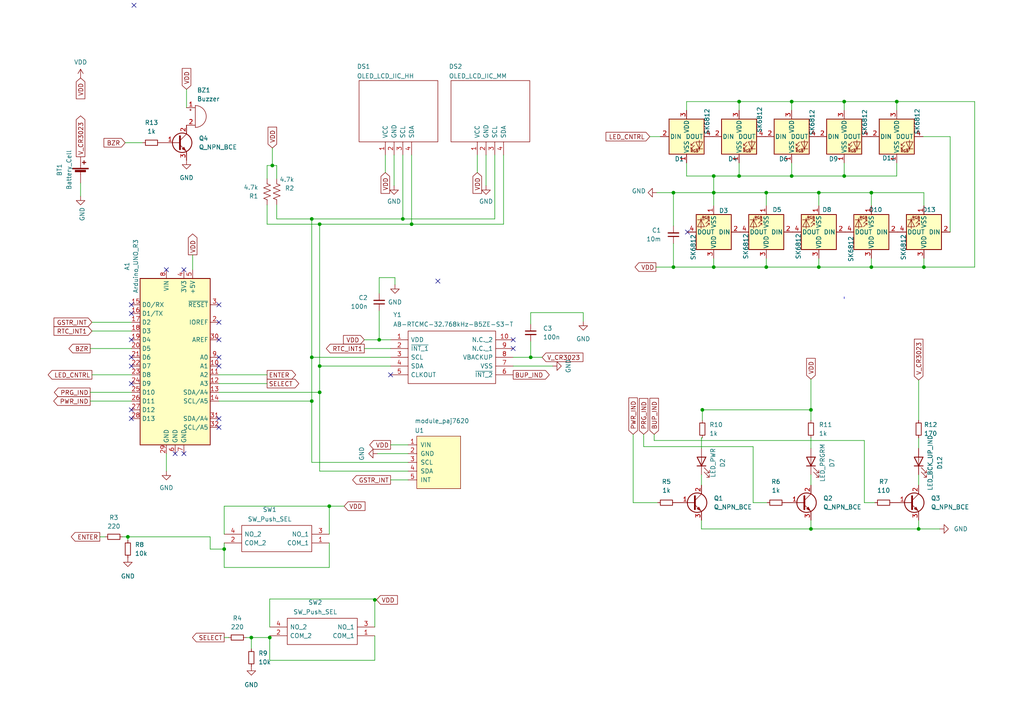
<source format=kicad_sch>
(kicad_sch (version 20210621) (generator eeschema)
  (paper "A4")
  (title_block (title "Sunrise Alarm Clock - Uno Shield Edition") (date "2021-11-17") (rev "v2.3"))
  (lib_symbols
    (symbol "Device:Battery_Cell" (pin_numbers hide) (pin_names (offset 0) hide)
      (property "Reference" "BT" (at 2.54 2.54 0))
      (property "Value" "Battery_Cell" (at 2.54 0 0))
      (symbol "Battery_Cell_0_1"
        (rectangle (start -2.286 1.778) (end 2.286 1.524) (fill (type outline)))
        (rectangle (start -1.5748 1.1938) (end 1.4732 0.6858) (fill (type outline)))
        (polyline (pts (xy 0 0.762) (xy 0 0)))
        (polyline (pts (xy 0 1.778) (xy 0 2.54)))
        (polyline (pts (xy 0.508 3.429) (xy 1.524 3.429)) (stroke (width 0.254)))
        (polyline (pts (xy 1.016 3.937) (xy 1.016 2.921)) (stroke (width 0.254)))
      )
      (symbol "Battery_Cell_1_1"
        (pin passive line (at 0 5.08 270) (length 2.54) (name "+") (number "1"))
        (pin passive line (at 0 -2.54 90) (length 2.54) (name "-") (number "2"))
      )
    )
    (symbol "Device:Buzzer" (pin_names (offset 0.0254) hide)
      (property "Reference" "BZ" (at 3.81 1.27 0))
      (property "Value" "Buzzer" (at 3.81 -1.27 0))
      (symbol "Buzzer_0_1"
        (arc (start 0 -3.175) (mid 3.175 0) (end 0 3.175))
        (polyline (pts (xy -1.651 1.905) (xy -1.143 1.905)))
        (polyline (pts (xy -1.397 2.159) (xy -1.397 1.651)))
        (polyline (pts (xy 0 3.175) (xy 0 -3.175)))
      )
      (symbol "Buzzer_1_1"
        (pin passive line (at -2.54 2.54 0) (length 2.54) (name "-") (number "1"))
        (pin passive line (at -2.54 -2.54 0) (length 2.54) (name "+") (number "2"))
      )
    )
    (symbol "Device:C_Small" (pin_numbers hide) (pin_names (offset 0.254) hide)
      (property "Reference" "C" (at 0.254 1.778 0))
      (property "Value" "C_Small" (at 0.254 -2.032 0))
      (symbol "C_Small_0_1"
        (polyline (pts (xy -1.524 -0.508) (xy 1.524 -0.508)) (stroke (width 0.3302)))
        (polyline (pts (xy -1.524 0.508) (xy 1.524 0.508)) (stroke (width 0.3048)))
      )
      (symbol "C_Small_1_1"
        (pin passive line (at 0 2.54 270) (length 2.032) (name "~") (number "1"))
        (pin passive line (at 0 -2.54 90) (length 2.032) (name "~") (number "2"))
      )
    )
    (symbol "Device:LED" (pin_numbers hide) (pin_names (offset 1.016) hide)
      (property "Reference" "D" (at 0 2.54 0))
      (property "Value" "LED" (at 0 -2.54 0))
      (symbol "LED_0_1"
        (polyline (pts (xy -1.27 -1.27) (xy -1.27 1.27)) (stroke (width 0.254)))
        (polyline (pts (xy -1.27 0) (xy 1.27 0)))
        (polyline (pts (xy 1.27 -1.27) (xy 1.27 1.27) (xy -1.27 0) (xy 1.27 -1.27)) (stroke (width 0.254)))
        (polyline (pts (xy -3.048 -0.762) (xy -4.572 -2.286) (xy -3.81 -2.286) (xy -4.572 -2.286) (xy -4.572 -1.524)))
        (polyline (pts (xy -1.778 -0.762) (xy -3.302 -2.286) (xy -2.54 -2.286) (xy -3.302 -2.286) (xy -3.302 -1.524)))
      )
      (symbol "LED_1_1"
        (pin passive line (at -3.81 0 0) (length 2.54) (name "K") (number "1"))
        (pin passive line (at 3.81 0 180) (length 2.54) (name "A") (number "2"))
      )
    )
    (symbol "Device:Q_NPN_BCE" (pin_names (offset 0) hide)
      (property "Reference" "Q" (at 5.08 1.27 0))
      (property "Value" "Q_NPN_BCE" (at 5.08 -1.27 0))
      (symbol "Q_NPN_BCE_0_1"
        (polyline (pts (xy 0.635 0.635) (xy 2.54 2.54)))
        (polyline (pts (xy 0.635 -0.635) (xy 2.54 -2.54) (xy 2.54 -2.54)))
        (polyline (pts (xy 0.635 1.905) (xy 0.635 -1.905) (xy 0.635 -1.905)) (stroke (width 0.508)))
        (polyline (pts (xy 1.27 -1.778) (xy 1.778 -1.27) (xy 2.286 -2.286) (xy 1.27 -1.778) (xy 1.27 -1.778)) (fill (type outline)))
        (circle (center 1.27 0) (radius 2.8194) (stroke (width 0.254)))
      )
      (symbol "Q_NPN_BCE_1_1"
        (pin input line (at -5.08 0 0) (length 5.715) (name "B") (number "1"))
        (pin passive line (at 2.54 5.08 270) (length 2.54) (name "C") (number "2"))
        (pin passive line (at 2.54 -5.08 90) (length 2.54) (name "E") (number "3"))
      )
    )
    (symbol "Device:R_Small" (pin_numbers hide) (pin_names (offset 0.254) hide)
      (property "Reference" "R" (at 0.762 0.508 0))
      (property "Value" "R_Small" (at 0.762 -1.016 0))
      (symbol "R_Small_0_1"
        (rectangle (start -0.762 1.778) (end 0.762 -1.778) (stroke (width 0.2032)))
      )
      (symbol "R_Small_1_1"
        (pin passive line (at 0 2.54 270) (length 0.762) (name "~") (number "1"))
        (pin passive line (at 0 -2.54 90) (length 0.762) (name "~") (number "2"))
      )
    )
    (symbol "Device:R_US" (pin_numbers hide) (pin_names (offset 0))
      (property "Reference" "R" (at 2.54 0 90))
      (property "Value" "R_US" (at -2.54 0 90))
      (symbol "R_US_0_1"
        (polyline (pts (xy 0 -2.286) (xy 0 -2.54)))
        (polyline (pts (xy 0 2.286) (xy 0 2.54)))
        (polyline (pts (xy 0 -0.762) (xy 1.016 -1.143) (xy 0 -1.524) (xy -1.016 -1.905) (xy 0 -2.286)))
        (polyline (pts (xy 0 0.762) (xy 1.016 0.381) (xy 0 0) (xy -1.016 -0.381) (xy 0 -0.762)))
        (polyline (pts (xy 0 2.286) (xy 1.016 1.905) (xy 0 1.524) (xy -1.016 1.143) (xy 0 0.762)))
      )
      (symbol "R_US_1_1"
        (pin passive line (at 0 3.81 270) (length 1.27) (name "~") (number "1"))
        (pin passive line (at 0 -3.81 90) (length 1.27) (name "~") (number "2"))
      )
    )
    (symbol "LED:SK6812" (pin_names (offset 0.254))
      (property "Reference" "D" (at 5.08 5.715 0))
      (property "Value" "SK6812" (at 1.27 -5.715 0))
      (symbol "SK6812_0_0"
        (text "RGB" (at 2.286 -4.191 0) (effects (font (size 0.762 0.762))))
      )
      (symbol "SK6812_0_1"
        (polyline (pts (xy 1.27 -3.556) (xy 1.778 -3.556)))
        (polyline (pts (xy 1.27 -2.54) (xy 1.778 -2.54)))
        (polyline (pts (xy 4.699 -3.556) (xy 2.667 -3.556)))
        (polyline (pts (xy 2.286 -2.54) (xy 1.27 -3.556) (xy 1.27 -3.048)))
        (polyline (pts (xy 2.286 -1.524) (xy 1.27 -2.54) (xy 1.27 -2.032)))
        (polyline (pts (xy 3.683 -1.016) (xy 3.683 -3.556) (xy 3.683 -4.064)))
        (polyline (pts (xy 4.699 -1.524) (xy 2.667 -1.524) (xy 3.683 -3.556) (xy 4.699 -1.524)))
        (rectangle (start 5.08 5.08) (end -5.08 -5.08) (stroke (width 0.254)) (fill (type background)))
      )
      (symbol "SK6812_1_1"
        (pin power_in line (at 0 -7.62 90) (length 2.54) (name "VSS") (number "1"))
        (pin input line (at -7.62 0 0) (length 2.54) (name "DIN") (number "2"))
        (pin power_in line (at 0 7.62 270) (length 2.54) (name "VDD") (number "3"))
        (pin output line (at 7.62 0 180) (length 2.54) (name "DOUT") (number "4"))
      )
    )
    (symbol "MCU_Module:Arduino_UNO_R3"
      (property "Reference" "A" (at -10.16 23.495 0))
      (property "Value" "Arduino_UNO_R3" (at 5.08 -26.67 0))
      (symbol "Arduino_UNO_R3_0_1"
        (rectangle (start -10.16 22.86) (end 10.16 -25.4) (stroke (width 0.254)) (fill (type background)))
      )
      (symbol "Arduino_UNO_R3_1_1"
        (pin no_connect line (at -10.16 -20.32 0) (length 2.54) hide (name "NC") (number "1"))
        (pin bidirectional line (at 12.7 -2.54 180) (length 2.54) (name "A1") (number "10"))
        (pin bidirectional line (at 12.7 -5.08 180) (length 2.54) (name "A2") (number "11"))
        (pin bidirectional line (at 12.7 -7.62 180) (length 2.54) (name "A3") (number "12"))
        (pin bidirectional line (at 12.7 -10.16 180) (length 2.54) (name "SDA/A4") (number "13"))
        (pin bidirectional line (at 12.7 -12.7 180) (length 2.54) (name "SCL/A5") (number "14"))
        (pin bidirectional line (at -12.7 15.24 0) (length 2.54) (name "D0/RX") (number "15"))
        (pin bidirectional line (at -12.7 12.7 0) (length 2.54) (name "D1/TX") (number "16"))
        (pin bidirectional line (at -12.7 10.16 0) (length 2.54) (name "D2") (number "17"))
        (pin bidirectional line (at -12.7 7.62 0) (length 2.54) (name "D3") (number "18"))
        (pin bidirectional line (at -12.7 5.08 0) (length 2.54) (name "D4") (number "19"))
        (pin output line (at 12.7 10.16 180) (length 2.54) (name "IOREF") (number "2"))
        (pin bidirectional line (at -12.7 2.54 0) (length 2.54) (name "D5") (number "20"))
        (pin bidirectional line (at -12.7 0 0) (length 2.54) (name "D6") (number "21"))
        (pin bidirectional line (at -12.7 -2.54 0) (length 2.54) (name "D7") (number "22"))
        (pin bidirectional line (at -12.7 -5.08 0) (length 2.54) (name "D8") (number "23"))
        (pin bidirectional line (at -12.7 -7.62 0) (length 2.54) (name "D9") (number "24"))
        (pin bidirectional line (at -12.7 -10.16 0) (length 2.54) (name "D10") (number "25"))
        (pin bidirectional line (at -12.7 -12.7 0) (length 2.54) (name "D11") (number "26"))
        (pin bidirectional line (at -12.7 -15.24 0) (length 2.54) (name "D12") (number "27"))
        (pin bidirectional line (at -12.7 -17.78 0) (length 2.54) (name "D13") (number "28"))
        (pin power_in line (at -2.54 -27.94 90) (length 2.54) (name "GND") (number "29"))
        (pin input line (at 12.7 15.24 180) (length 2.54) (name "~{RESET}") (number "3"))
        (pin input line (at 12.7 5.08 180) (length 2.54) (name "AREF") (number "30"))
        (pin bidirectional line (at 12.7 -17.78 180) (length 2.54) (name "SDA/A4") (number "31"))
        (pin bidirectional line (at 12.7 -20.32 180) (length 2.54) (name "SCL/A5") (number "32"))
        (pin power_out line (at 2.54 25.4 270) (length 2.54) (name "3V3") (number "4"))
        (pin power_out line (at 5.08 25.4 270) (length 2.54) (name "+5V") (number "5"))
        (pin power_in line (at 0 -27.94 90) (length 2.54) (name "GND") (number "6"))
        (pin power_in line (at 2.54 -27.94 90) (length 2.54) (name "GND") (number "7"))
        (pin power_in line (at -2.54 25.4 270) (length 2.54) (name "VIN") (number "8"))
        (pin bidirectional line (at 12.7 0 180) (length 2.54) (name "A0") (number "9"))
      )
    )
    (symbol "SamacSys_Parts:AB-RTCMC-32.768kHz-B5ZE-S3-T" (pin_names (offset 0.762))
      (property "Reference" "Y" (at 31.75 7.62 0))
      (property "Value" "AB-RTCMC-32.768kHz-B5ZE-S3-T" (at 31.75 5.08 0))
      (symbol "AB-RTCMC-32.768kHz-B5ZE-S3-T_0_0"
        (pin passive line (at 0 0 0) (length 5.08) (name "VDD") (number "1"))
        (pin passive line (at 35.56 0 180) (length 5.08) (name "N.C._2") (number "10"))
        (pin passive line (at 0 -2.54 0) (length 5.08) (name "~{INT_1}") (number "2"))
        (pin passive line (at 0 -5.08 0) (length 5.08) (name "SCL") (number "3"))
        (pin passive line (at 0 -7.62 0) (length 5.08) (name "SDA") (number "4"))
        (pin passive line (at 0 -10.16 0) (length 5.08) (name "CLKOUT") (number "5"))
        (pin passive line (at 35.56 -10.16 180) (length 5.08) (name "~{INT_2}") (number "6"))
        (pin passive line (at 35.56 -7.62 180) (length 5.08) (name "VSS") (number "7"))
        (pin passive line (at 35.56 -5.08 180) (length 5.08) (name "VBACKUP") (number "8"))
        (pin passive line (at 35.56 -2.54 180) (length 5.08) (name "N.C._1") (number "9"))
      )
      (symbol "AB-RTCMC-32.768kHz-B5ZE-S3-T_0_1"
        (polyline (pts (xy 5.08 2.54) (xy 30.48 2.54) (xy 30.48 -12.7) (xy 5.08 -12.7) (xy 5.08 2.54)) (stroke (width 0.1524)))
      )
    )
    (symbol "SamacSys_Parts:PTS526_SK15_SMTR2_LFS" (pin_names (offset 0.762))
      (property "Reference" "S" (at 26.67 7.62 0))
      (property "Value" "PTS526_SK15_SMTR2_LFS" (at 26.67 5.08 0))
      (symbol "PTS526_SK15_SMTR2_LFS_0_0"
        (pin passive line (at 0 0 0) (length 5.08) (name "COM_1") (number "1"))
        (pin passive line (at 30.48 0 180) (length 5.08) (name "COM_2") (number "2"))
        (pin passive line (at 0 -2.54 0) (length 5.08) (name "NO_1") (number "3"))
        (pin passive line (at 30.48 -2.54 180) (length 5.08) (name "NO_2") (number "4"))
      )
      (symbol "PTS526_SK15_SMTR2_LFS_0_1"
        (polyline (pts (xy 5.08 2.54) (xy 25.4 2.54) (xy 25.4 -5.08) (xy 5.08 -5.08) (xy 5.08 2.54)) (stroke (width 0.1524)))
      )
    )
    (symbol "power:GND" (power) (pin_names (offset 0))
      (property "Value" "GND" (at 0 -3.81 0))
      (symbol "GND_0_1"
        (polyline (pts (xy 0 0) (xy 0 -1.27) (xy 1.27 -1.27) (xy 0 -2.54) (xy -1.27 -1.27) (xy 0 -1.27)))
      )
      (symbol "GND_1_1"
        (pin power_in line (at 0 0 270) (length 0) hide (name "GND") (number "1"))
      )
    )
    (symbol "power:VDD" (power) (pin_names (offset 0))
      (property "Value" "VDD" (at 0 3.81 0))
      (symbol "VDD_0_1"
        (polyline (pts (xy -0.762 1.27) (xy 0 2.54)))
        (polyline (pts (xy 0 0) (xy 0 2.54)))
        (polyline (pts (xy 0 2.54) (xy 0.762 1.27)))
      )
      (symbol "VDD_1_1"
        (pin power_in line (at 0 0 90) (length 0) hide (name "VDD") (number "1"))
      )
    )
    (symbol "usini_sensors:module_paj7620" (pin_names (offset 1.016))
      (property "Reference" "U" (at 2.54 13.97 0))
      (property "Value" "module_paj7620" (at 8.89 -3.81 0))
      (symbol "module_paj7620_0_1"
        (rectangle (start 2.54 12.7) (end 15.24 -2.54) (fill (type background)))
      )
      (symbol "module_paj7620_1_1"
        (pin input line (at 0 10.16 0) (length 2.54) (name "VIN") (number "1"))
        (pin input line (at 0 7.62 0) (length 2.54) (name "GND") (number "2"))
        (pin input line (at 0 5.08 0) (length 2.54) (name "SCL") (number "3"))
        (pin input line (at 0 2.54 0) (length 2.54) (name "SDA") (number "4"))
        (pin input line (at 0 0 0) (length 2.54) (name "INT") (number "5"))
      )
    )
    (symbol "win:OLED_LCD_IIC" (pin_names (offset 1.016))
      (property "Reference" "DS" (at 0 3.81 0))
      (property "Value" "OLED_LCD_IIC" (at 0 1.27 0))
      (symbol "OLED_LCD_IIC_1_0"
        (rectangle (start -11.43 -8.89) (end 11.43 8.89))
      )
      (symbol "OLED_LCD_IIC_1_1"
        (pin power_in line (at -3.81 -12.7 90) (length 3.81) (name "VCC") (number "1"))
        (pin power_in line (at -1.27 -12.7 90) (length 3.81) (name "GND") (number "2"))
        (pin output line (at 1.27 -12.7 90) (length 3.81) (name "SCL") (number "3"))
        (pin bidirectional line (at 3.81 -12.7 90) (length 3.81) (name "SDA") (number "4"))
      )
    )
  )
  (junction (at 37.084 155.702))
  (junction (at 65.024 159.258))
  (junction (at 72.898 184.912))
  (junction (at 78.232 184.912))
  (junction (at 78.994 48.006))
  (junction (at 90.424 63.5))
  (junction (at 90.424 103.632))
  (junction (at 90.424 116.332))
  (junction (at 92.71 65.024))
  (junction (at 92.71 106.172))
  (junction (at 92.71 113.792))
  (junction (at 95.504 146.812))
  (junction (at 108.712 173.99))
  (junction (at 109.982 98.552))
  (junction (at 116.84 63.5))
  (junction (at 119.38 65.024))
  (junction (at 153.924 103.632))
  (junction (at 195.326 55.88))
  (junction (at 195.326 77.47))
  (junction (at 203.708 118.872))
  (junction (at 207.01 51.054))
  (junction (at 207.01 55.88))
  (junction (at 207.01 77.47))
  (junction (at 214.376 29.464))
  (junction (at 214.376 51.054))
  (junction (at 222.25 55.88))
  (junction (at 222.25 77.47))
  (junction (at 229.616 29.464))
  (junction (at 229.616 51.054))
  (junction (at 235.204 118.872))
  (junction (at 235.204 153.416))
  (junction (at 237.49 55.88))
  (junction (at 237.49 77.47))
  (junction (at 244.856 29.464))
  (junction (at 244.856 51.054))
  (junction (at 252.73 55.88))
  (junction (at 252.73 77.47))
  (junction (at 260.096 29.464))
  (junction (at 266.446 153.416))
  (junction (at 267.97 77.47))
  (no_connect (at 38.1 88.392))
  (no_connect (at 38.1 90.932))
  (no_connect (at 38.1 98.552))
  (no_connect (at 38.1 103.632))
  (no_connect (at 38.1 106.172))
  (no_connect (at 38.1 111.252))
  (no_connect (at 38.1 118.872))
  (no_connect (at 38.1 121.412))
  (no_connect (at 38.862 1.524))
  (no_connect (at 48.26 78.232))
  (no_connect (at 50.8 131.572))
  (no_connect (at 53.34 78.232))
  (no_connect (at 53.34 131.572))
  (no_connect (at 63.5 88.392))
  (no_connect (at 63.5 93.472))
  (no_connect (at 63.5 98.552))
  (no_connect (at 63.5 103.632))
  (no_connect (at 63.5 106.172))
  (no_connect (at 63.5 121.412))
  (no_connect (at 63.5 123.952))
  (no_connect (at 113.284 108.712))
  (no_connect (at 127 81.534))
  (no_connect (at 148.844 98.552))
  (no_connect (at 148.844 101.092))
  (no_connect (at 199.39 67.31))
  (wire (pts (xy 23.368 53.086) (xy 23.368 56.896)))
  (wire (pts (xy 26.162 101.092) (xy 38.1 101.092)))
  (wire (pts (xy 26.162 113.792) (xy 38.1 113.792)))
  (wire (pts (xy 26.162 116.332) (xy 38.1 116.332)))
  (wire (pts (xy 26.67 93.472) (xy 38.1 93.472)))
  (wire (pts (xy 26.67 96.012) (xy 38.1 96.012)))
  (wire (pts (xy 26.67 108.712) (xy 38.1 108.712)))
  (wire (pts (xy 28.956 155.702) (xy 30.48 155.702)))
  (wire (pts (xy 35.56 155.702) (xy 37.084 155.702)))
  (wire (pts (xy 36.322 41.402) (xy 41.402 41.402)))
  (wire (pts (xy 37.084 155.702) (xy 37.084 156.718)))
  (wire (pts (xy 37.084 155.702) (xy 60.96 155.702)))
  (wire (pts (xy 48.26 131.572) (xy 48.26 136.652)))
  (wire (pts (xy 54.102 25.908) (xy 54.102 31.242)))
  (wire (pts (xy 55.88 73.914) (xy 55.88 78.232)))
  (wire (pts (xy 60.96 155.702) (xy 60.96 159.258)))
  (wire (pts (xy 60.96 159.258) (xy 65.024 159.258)))
  (wire (pts (xy 63.5 108.712) (xy 77.47 108.712)))
  (wire (pts (xy 63.5 111.252) (xy 77.47 111.252)))
  (wire (pts (xy 63.5 113.792) (xy 92.71 113.792)))
  (wire (pts (xy 63.5 116.332) (xy 90.424 116.332)))
  (wire (pts (xy 65.024 146.812) (xy 95.504 146.812)))
  (wire (pts (xy 65.024 154.94) (xy 65.024 146.812)))
  (wire (pts (xy 65.024 159.258) (xy 65.024 157.48)))
  (wire (pts (xy 65.024 164.592) (xy 65.024 159.258)))
  (wire (pts (xy 65.024 184.912) (xy 66.294 184.912)))
  (wire (pts (xy 71.374 184.912) (xy 72.898 184.912)))
  (wire (pts (xy 72.898 184.912) (xy 72.898 188.214)))
  (wire (pts (xy 72.898 184.912) (xy 78.232 184.912)))
  (wire (pts (xy 77.47 48.006) (xy 78.994 48.006)))
  (wire (pts (xy 77.47 51.816) (xy 77.47 48.006)))
  (wire (pts (xy 77.47 59.436) (xy 77.47 65.024)))
  (wire (pts (xy 77.47 65.024) (xy 92.71 65.024)))
  (wire (pts (xy 78.232 173.736) (xy 108.712 173.736)))
  (wire (pts (xy 78.232 181.864) (xy 78.232 173.736)))
  (wire (pts (xy 78.232 184.404) (xy 78.232 184.912)))
  (wire (pts (xy 78.232 184.912) (xy 78.232 191.516)))
  (wire (pts (xy 78.994 42.926) (xy 78.994 48.006)))
  (wire (pts (xy 78.994 48.006) (xy 80.264 48.006)))
  (wire (pts (xy 80.264 51.816) (xy 80.264 48.006)))
  (wire (pts (xy 80.264 59.436) (xy 80.264 63.5)))
  (wire (pts (xy 80.264 63.5) (xy 90.424 63.5)))
  (wire (pts (xy 90.424 63.5) (xy 116.84 63.5)))
  (wire (pts (xy 90.424 103.632) (xy 90.424 63.5)))
  (wire (pts (xy 90.424 103.632) (xy 113.284 103.632)))
  (wire (pts (xy 90.424 116.332) (xy 90.424 103.632)))
  (wire (pts (xy 90.424 134.112) (xy 90.424 116.332)))
  (wire (pts (xy 90.424 134.112) (xy 118.364 134.112)))
  (wire (pts (xy 92.71 65.024) (xy 92.71 106.172)))
  (wire (pts (xy 92.71 106.172) (xy 92.71 113.792)))
  (wire (pts (xy 92.71 106.172) (xy 113.284 106.172)))
  (wire (pts (xy 92.71 136.652) (xy 92.71 113.792)))
  (wire (pts (xy 92.71 136.652) (xy 118.364 136.652)))
  (wire (pts (xy 95.504 146.812) (xy 95.504 154.94)))
  (wire (pts (xy 95.504 146.812) (xy 99.822 146.812)))
  (wire (pts (xy 95.504 157.48) (xy 95.504 164.592)))
  (wire (pts (xy 95.504 164.592) (xy 65.024 164.592)))
  (wire (pts (xy 105.664 98.552) (xy 109.982 98.552)))
  (wire (pts (xy 105.664 101.092) (xy 113.284 101.092)))
  (wire (pts (xy 108.712 173.736) (xy 108.712 173.99)))
  (wire (pts (xy 108.712 173.99) (xy 108.712 181.864)))
  (wire (pts (xy 108.712 173.99) (xy 109.22 173.99)))
  (wire (pts (xy 108.712 184.404) (xy 108.712 191.516)))
  (wire (pts (xy 108.712 191.516) (xy 78.232 191.516)))
  (wire (pts (xy 109.982 80.518) (xy 114.554 80.518)))
  (wire (pts (xy 109.982 85.09) (xy 109.982 80.518)))
  (wire (pts (xy 109.982 90.17) (xy 109.982 98.552)))
  (wire (pts (xy 109.982 98.552) (xy 113.284 98.552)))
  (wire (pts (xy 111.76 44.958) (xy 111.76 50.038)))
  (wire (pts (xy 113.284 139.192) (xy 118.364 139.192)))
  (wire (pts (xy 114.3 44.958) (xy 114.3 53.848)))
  (wire (pts (xy 114.554 80.518) (xy 114.554 82.55)))
  (wire (pts (xy 116.84 44.958) (xy 116.84 63.5)))
  (wire (pts (xy 118.364 129.032) (xy 113.284 129.032)))
  (wire (pts (xy 118.364 131.572) (xy 109.474 131.572)))
  (wire (pts (xy 119.38 44.958) (xy 119.38 65.024)))
  (wire (pts (xy 119.38 65.024) (xy 92.71 65.024)))
  (wire (pts (xy 138.43 44.958) (xy 138.43 50.038)))
  (wire (pts (xy 140.97 44.958) (xy 140.97 53.848)))
  (wire (pts (xy 143.51 44.958) (xy 143.51 63.5)))
  (wire (pts (xy 143.51 63.5) (xy 116.84 63.5)))
  (wire (pts (xy 146.05 44.958) (xy 146.05 65.024)))
  (wire (pts (xy 146.05 65.024) (xy 119.38 65.024)))
  (wire (pts (xy 148.844 103.632) (xy 153.924 103.632)))
  (wire (pts (xy 148.844 106.172) (xy 160.274 106.172)))
  (wire (pts (xy 153.924 90.678) (xy 169.164 90.678)))
  (wire (pts (xy 153.924 93.98) (xy 153.924 90.678)))
  (wire (pts (xy 153.924 99.06) (xy 153.924 103.632)))
  (wire (pts (xy 153.924 103.632) (xy 157.226 103.632)))
  (wire (pts (xy 169.164 90.678) (xy 169.164 93.218)))
  (wire (pts (xy 183.642 125.984) (xy 183.642 145.796)))
  (wire (pts (xy 183.642 145.796) (xy 190.754 145.796)))
  (wire (pts (xy 186.69 125.984) (xy 186.69 129.54)))
  (wire (pts (xy 186.69 129.54) (xy 218.44 129.54)))
  (wire (pts (xy 188.468 39.624) (xy 191.516 39.624)))
  (wire (pts (xy 189.738 125.984) (xy 189.738 127.762)))
  (wire (pts (xy 190.246 77.47) (xy 195.326 77.47)))
  (wire (pts (xy 190.5 55.88) (xy 195.326 55.88)))
  (wire (pts (xy 195.326 55.88) (xy 207.01 55.88)))
  (wire (pts (xy 195.326 65.532) (xy 195.326 55.88)))
  (wire (pts (xy 195.326 70.612) (xy 195.326 77.47)))
  (wire (pts (xy 195.326 77.47) (xy 207.01 77.47)))
  (wire (pts (xy 199.136 29.464) (xy 199.136 32.004)))
  (wire (pts (xy 199.136 29.464) (xy 214.376 29.464)))
  (wire (pts (xy 199.136 51.054) (xy 199.136 47.244)))
  (wire (pts (xy 203.454 118.872) (xy 203.708 118.872)))
  (wire (pts (xy 203.454 127) (xy 203.708 127)))
  (wire (pts (xy 203.454 130.048) (xy 203.454 127)))
  (wire (pts (xy 203.454 137.668) (xy 203.454 140.716)))
  (wire (pts (xy 203.454 150.876) (xy 203.454 153.416)))
  (wire (pts (xy 203.454 153.416) (xy 235.204 153.416)))
  (wire (pts (xy 203.708 118.872) (xy 235.204 118.872)))
  (wire (pts (xy 203.708 121.92) (xy 203.708 118.872)))
  (wire (pts (xy 207.01 51.054) (xy 199.136 51.054)))
  (wire (pts (xy 207.01 51.054) (xy 207.01 55.88)))
  (wire (pts (xy 207.01 55.88) (xy 222.25 55.88)))
  (wire (pts (xy 207.01 59.69) (xy 207.01 55.88)))
  (wire (pts (xy 207.01 74.93) (xy 207.01 77.47)))
  (wire (pts (xy 207.01 77.47) (xy 222.25 77.47)))
  (wire (pts (xy 214.376 29.464) (xy 229.616 29.464)))
  (wire (pts (xy 214.376 32.004) (xy 214.376 29.464)))
  (wire (pts (xy 214.376 47.244) (xy 214.376 51.054)))
  (wire (pts (xy 214.376 51.054) (xy 207.01 51.054)))
  (wire (pts (xy 218.44 129.54) (xy 218.44 145.796)))
  (wire (pts (xy 218.44 145.796) (xy 222.504 145.796)))
  (wire (pts (xy 222.25 55.88) (xy 237.49 55.88)))
  (wire (pts (xy 222.25 59.69) (xy 222.25 55.88)))
  (wire (pts (xy 222.25 74.93) (xy 222.25 77.47)))
  (wire (pts (xy 222.25 77.47) (xy 237.49 77.47)))
  (wire (pts (xy 229.616 29.464) (xy 244.856 29.464)))
  (wire (pts (xy 229.616 32.004) (xy 229.616 29.464)))
  (wire (pts (xy 229.616 47.244) (xy 229.616 51.054)))
  (wire (pts (xy 229.616 51.054) (xy 214.376 51.054)))
  (wire (pts (xy 229.616 51.054) (xy 244.856 51.054)))
  (wire (pts (xy 235.204 109.982) (xy 235.204 118.872)))
  (wire (pts (xy 235.204 121.92) (xy 235.204 118.872)))
  (wire (pts (xy 235.204 127) (xy 235.204 130.048)))
  (wire (pts (xy 235.204 137.668) (xy 235.204 140.716)))
  (wire (pts (xy 235.204 150.876) (xy 235.204 153.416)))
  (wire (pts (xy 235.204 153.416) (xy 266.446 153.416)))
  (wire (pts (xy 237.49 55.88) (xy 237.49 59.69)))
  (wire (pts (xy 237.49 55.88) (xy 252.73 55.88)))
  (wire (pts (xy 237.49 74.93) (xy 237.49 77.47)))
  (wire (pts (xy 237.49 77.47) (xy 252.73 77.47)))
  (wire (pts (xy 244.856 29.464) (xy 244.856 32.004)))
  (wire (pts (xy 244.856 29.464) (xy 260.096 29.464)))
  (wire (pts (xy 244.856 47.244) (xy 244.856 51.054)))
  (wire (pts (xy 244.856 51.054) (xy 260.096 51.054)))
  (wire (pts (xy 250.698 127.762) (xy 189.738 127.762)))
  (wire (pts (xy 250.698 127.762) (xy 250.698 145.796)))
  (wire (pts (xy 250.698 145.796) (xy 253.746 145.796)))
  (wire (pts (xy 252.73 55.88) (xy 267.97 55.88)))
  (wire (pts (xy 252.73 59.69) (xy 252.73 55.88)))
  (wire (pts (xy 252.73 74.93) (xy 252.73 77.47)))
  (wire (pts (xy 252.73 77.47) (xy 267.97 77.47)))
  (wire (pts (xy 260.096 29.464) (xy 260.096 32.004)))
  (wire (pts (xy 260.096 29.464) (xy 282.702 29.464)))
  (wire (pts (xy 260.096 47.244) (xy 260.096 51.054)))
  (wire (pts (xy 266.446 110.236) (xy 266.446 121.92)))
  (wire (pts (xy 266.446 127) (xy 266.446 130.048)))
  (wire (pts (xy 266.446 137.668) (xy 266.446 140.716)))
  (wire (pts (xy 266.446 150.876) (xy 266.446 153.416)))
  (wire (pts (xy 266.446 153.416) (xy 272.542 153.416)))
  (wire (pts (xy 267.97 55.88) (xy 267.97 59.69)))
  (wire (pts (xy 267.97 74.93) (xy 267.97 77.47)))
  (wire (pts (xy 275.59 39.624) (xy 267.716 39.624)))
  (wire (pts (xy 275.59 67.31) (xy 275.59 39.624)))
  (wire (pts (xy 282.702 29.464) (xy 282.702 77.47)))
  (wire (pts (xy 282.702 77.47) (xy 267.97 77.47)))
  (polyline (pts (xy 244.856 86.106) (xy 244.856 86.614)))
  (global_label "VDD" (shape input) (at 23.368 22.606 270) (property "Intersheet References" "${INTERSHEET_REFS}" (effects hide)))
  (global_label "V_CR3023" (shape output) (at 23.368 45.466 90) (property "Intersheet References" "${INTERSHEET_REFS}" (effects hide)))
  (global_label "BZR" (shape output) (at 26.162 101.092 180) (property "Intersheet References" "${INTERSHEET_REFS}" (effects hide)))
  (global_label "PRG_IND" (shape output) (at 26.162 113.792 180) (property "Intersheet References" "${INTERSHEET_REFS}" (effects hide)))
  (global_label "PWR_IND" (shape output) (at 26.162 116.332 180) (property "Intersheet References" "${INTERSHEET_REFS}" (effects hide)))
  (global_label "GSTR_INT" (shape input) (at 26.67 93.472 180) (property "Intersheet References" "${INTERSHEET_REFS}" (effects hide)))
  (global_label "RTC_INT1" (shape input) (at 26.67 96.012 180) (property "Intersheet References" "${INTERSHEET_REFS}" (effects hide)))
  (global_label "LED_CNTRL" (shape output) (at 26.67 108.712 180) (property "Intersheet References" "${INTERSHEET_REFS}" (effects hide)))
  (global_label "ENTER" (shape output) (at 28.956 155.702 180) (property "Intersheet References" "${INTERSHEET_REFS}" (effects hide)))
  (global_label "BZR" (shape input) (at 36.322 41.402 180) (property "Intersheet References" "${INTERSHEET_REFS}" (effects hide)))
  (global_label "VDD" (shape input) (at 54.102 25.908 90) (property "Intersheet References" "${INTERSHEET_REFS}" (effects hide)))
  (global_label "VDD" (shape output) (at 55.88 73.914 90) (property "Intersheet References" "${INTERSHEET_REFS}" (effects hide)))
  (global_label "SELECT" (shape output) (at 65.024 184.912 180) (property "Intersheet References" "${INTERSHEET_REFS}" (effects hide)))
  (global_label "ENTER" (shape output) (at 77.47 108.712 0) (property "Intersheet References" "${INTERSHEET_REFS}" (effects hide)))
  (global_label "SELECT" (shape output) (at 77.47 111.252 0) (property "Intersheet References" "${INTERSHEET_REFS}" (effects hide)))
  (global_label "VDD" (shape input) (at 78.994 42.926 90) (property "Intersheet References" "${INTERSHEET_REFS}" (effects hide)))
  (global_label "VDD" (shape input) (at 99.822 146.812 0) (property "Intersheet References" "${INTERSHEET_REFS}" (effects hide)))
  (global_label "VDD" (shape input) (at 105.664 98.552 180) (property "Intersheet References" "${INTERSHEET_REFS}" (effects hide)))
  (global_label "RTC_INT1" (shape output) (at 105.664 101.092 180) (property "Intersheet References" "${INTERSHEET_REFS}" (effects hide)))
  (global_label "VDD" (shape input) (at 109.22 173.99 0) (property "Intersheet References" "${INTERSHEET_REFS}" (effects hide)))
  (global_label "VDD" (shape input) (at 111.76 50.038 270) (property "Intersheet References" "${INTERSHEET_REFS}" (effects hide)))
  (global_label "VDD" (shape output) (at 113.284 129.032 180) (property "Intersheet References" "${INTERSHEET_REFS}" (effects hide)))
  (global_label "GSTR_INT" (shape output) (at 113.284 139.192 180) (property "Intersheet References" "${INTERSHEET_REFS}" (effects hide)))
  (global_label "VDD" (shape input) (at 138.43 50.038 270) (property "Intersheet References" "${INTERSHEET_REFS}" (effects hide)))
  (global_label "BUP_IND" (shape output) (at 148.844 108.712 0) (property "Intersheet References" "${INTERSHEET_REFS}" (effects hide)))
  (global_label "V_CR3023" (shape input) (at 157.226 103.632 0) (property "Intersheet References" "${INTERSHEET_REFS}" (effects hide)))
  (global_label "PWR_IND" (shape input) (at 183.642 125.984 90) (property "Intersheet References" "${INTERSHEET_REFS}" (effects hide)))
  (global_label "PRG_IND" (shape input) (at 186.69 125.984 90) (property "Intersheet References" "${INTERSHEET_REFS}" (effects hide)))
  (global_label "LED_CNTRL" (shape input) (at 188.468 39.624 180) (property "Intersheet References" "${INTERSHEET_REFS}" (effects hide)))
  (global_label "BUP_IND" (shape input) (at 189.738 125.984 90) (property "Intersheet References" "${INTERSHEET_REFS}" (effects hide)))
  (global_label "VDD" (shape output) (at 190.246 77.47 180) (property "Intersheet References" "${INTERSHEET_REFS}" (effects hide)))
  (global_label "VDD" (shape input) (at 235.204 109.982 90) (property "Intersheet References" "${INTERSHEET_REFS}" (effects hide)))
  (global_label "V_CR3023" (shape input) (at 266.446 110.236 90) (property "Intersheet References" "${INTERSHEET_REFS}" (effects hide)))
  (symbol (lib_id "power:VDD") (at 23.368 22.606 0) (unit 1)
    (property "Reference" "#PWR0104" (effects hide))
    (property "Value" "VDD" (at 23.368 18.034 0))
  )
  (symbol (lib_id "power:GND") (at 23.368 56.896 0) (unit 1)
    (property "Reference" "#PWR0101" (effects hide))
    (property "Value" "GND" (at 23.847 60.071 90) (effects (justify right)))
  )
  (symbol (lib_id "power:GND") (at 37.084 161.798 0) (unit 1)
    (property "Reference" "#PWR01" (effects hide))
    (property "Value" "GND" (at 37.084 167.132 0))
  )
  (symbol (lib_id "power:GND") (at 48.26 136.652 0) (unit 1)
    (property "Reference" "#PWR0107" (effects hide))
    (property "Value" "GND" (at 48.26 141.478 0))
  )
  (symbol (lib_id "power:GND") (at 54.102 46.482 0) (unit 1)
    (property "Reference" "#PWR05" (effects hide))
    (property "Value" "GND" (at 54.102 51.562 0))
  )
  (symbol (lib_id "power:GND") (at 72.898 193.294 0) (unit 1)
    (property "Reference" "#PWR02" (effects hide))
    (property "Value" "GND" (at 72.898 198.628 0))
  )
  (symbol (lib_id "power:GND") (at 109.474 131.572 270) (unit 1)
    (property "Reference" "#PWR0108" (effects hide))
    (property "Value" "GND" (at 104.9116 131.572 0))
  )
  (symbol (lib_id "power:GND") (at 114.3 53.848 0) (unit 1)
    (property "Reference" "#PWR0103" (effects hide))
    (property "Value" "GND" (at 114.3 58.4104 0))
  )
  (symbol (lib_id "power:GND") (at 114.554 82.55 0) (unit 1)
    (property "Reference" "#PWR03" (effects hide))
    (property "Value" "GND" (at 114.554 87.63 0))
  )
  (symbol (lib_id "power:GND") (at 140.97 53.848 0) (unit 1)
    (property "Reference" "#PWR0105" (effects hide))
    (property "Value" "GND" (at 140.97 58.4104 0))
  )
  (symbol (lib_id "power:GND") (at 160.274 106.172 90) (unit 1)
    (property "Reference" "#PWR0106" (effects hide))
    (property "Value" "GND" (at 164.8364 106.172 0))
  )
  (symbol (lib_id "power:GND") (at 169.164 93.218 0) (unit 1)
    (property "Reference" "#PWR04" (effects hide))
    (property "Value" "GND" (at 169.164 98.298 0))
  )
  (symbol (lib_id "power:GND") (at 190.5 55.88 270) (unit 1)
    (property "Reference" "#PWR0110" (effects hide))
    (property "Value" "GND" (at 187.325 55.401 90) (effects (justify right)))
  )
  (symbol (lib_id "power:GND") (at 272.542 153.416 90) (unit 1)
    (property "Reference" "#PWR0102" (effects hide))
    (property "Value" "GND" (at 276.606 153.4159 90) (effects (justify right)))
  )
  (symbol (lib_id "Device:R_Small") (at 33.02 155.702 270) (unit 1)
    (property "Reference" "R3" (at 33.02 150.114 90))
    (property "Value" "220" (at 33.02 152.654 90))
    (property "Footprint" "Resistor_SMD:R_1206_3216Metric_Pad1.30x1.75mm_HandSolder" (effects hide))
  )
  (symbol (lib_id "Device:R_Small") (at 37.084 159.258 0) (unit 1)
    (property "Reference" "R8" (at 39.116 157.9879 0) (effects (justify left)))
    (property "Value" "10k" (at 39.116 160.5279 0) (effects (justify left)))
    (property "Footprint" "Resistor_SMD:R_1206_3216Metric_Pad1.30x1.75mm_HandSolder" (effects hide))
  )
  (symbol (lib_id "Device:R_Small") (at 43.942 41.402 270) (unit 1)
    (property "Reference" "R13" (at 43.942 35.56 90))
    (property "Value" "1k" (at 43.942 38.1 90))
    (property "Footprint" "Resistor_SMD:R_1206_3216Metric_Pad1.30x1.75mm_HandSolder" (effects hide))
  )
  (symbol (lib_id "Device:R_Small") (at 68.834 184.912 270) (unit 1)
    (property "Reference" "R4" (at 68.834 179.324 90))
    (property "Value" "220" (at 68.834 181.864 90))
    (property "Footprint" "Resistor_SMD:R_1206_3216Metric_Pad1.30x1.75mm_HandSolder" (effects hide))
  )
  (symbol (lib_id "Device:R_Small") (at 72.898 190.754 0) (unit 1)
    (property "Reference" "R9" (at 74.93 189.4839 0) (effects (justify left)))
    (property "Value" "10k" (at 74.93 192.0239 0) (effects (justify left)))
    (property "Footprint" "Resistor_SMD:R_1206_3216Metric_Pad1.30x1.75mm_HandSolder" (effects hide))
  )
  (symbol (lib_id "Device:R_Small") (at 193.294 145.796 270) (unit 1)
    (property "Reference" "R5" (at 193.294 139.7 90))
    (property "Value" "1k" (at 193.294 142.24 90))
    (property "Footprint" "Resistor_SMD:R_1206_3216Metric_Pad1.30x1.75mm_HandSolder" (effects hide))
  )
  (symbol (lib_id "Device:R_Small") (at 203.708 124.46 0) (unit 1)
    (property "Reference" "R10" (at 205.74 123.1899 0) (effects (justify left)))
    (property "Value" "1k" (at 205.74 125.7299 0) (effects (justify left)))
    (property "Footprint" "Resistor_SMD:R_1206_3216Metric_Pad1.30x1.75mm_HandSolder" (effects hide))
  )
  (symbol (lib_id "Device:R_Small") (at 225.044 145.796 270) (unit 1)
    (property "Reference" "R6" (at 225.044 139.7 90))
    (property "Value" "1k" (at 225.044 142.24 90))
    (property "Footprint" "Resistor_SMD:R_1206_3216Metric_Pad1.30x1.75mm_HandSolder" (effects hide))
  )
  (symbol (lib_id "Device:R_Small") (at 235.204 124.46 0) (unit 1)
    (property "Reference" "R11" (at 237.49 123.1899 0) (effects (justify left)))
    (property "Value" "1k" (at 237.49 125.7299 0) (effects (justify left)))
    (property "Footprint" "Resistor_SMD:R_1206_3216Metric_Pad1.30x1.75mm_HandSolder" (effects hide))
  )
  (symbol (lib_id "Device:R_Small") (at 256.286 145.796 270) (unit 1)
    (property "Reference" "R7" (at 256.286 139.7 90))
    (property "Value" "110" (at 256.286 142.24 90))
    (property "Footprint" "Resistor_SMD:R_1206_3216Metric_Pad1.30x1.75mm_HandSolder" (effects hide))
  )
  (symbol (lib_id "Device:R_Small") (at 266.446 124.46 0) (unit 1)
    (property "Reference" "R12" (at 267.97 123.1899 0) (effects (justify left)))
    (property "Value" "170" (at 267.97 125.7299 0) (effects (justify left)))
    (property "Footprint" "Resistor_SMD:R_1206_3216Metric_Pad1.30x1.75mm_HandSolder" (effects hide))
  )
  (symbol (lib_id "Device:R_US") (at 77.47 55.626 180) (unit 1)
    (property "Reference" "R1" (at 74.93 56.8961 0) (effects (justify left)))
    (property "Value" "4.7k" (at 74.93 54.3561 0) (effects (justify left)))
    (property "Footprint" "Resistor_SMD:R_1206_3216Metric_Pad1.30x1.75mm_HandSolder" (effects hide))
  )
  (symbol (lib_id "Device:R_US") (at 80.264 55.626 180) (unit 1)
    (property "Reference" "R2" (at 85.344 54.6101 0) (effects (justify left)))
    (property "Value" "4.7k" (at 85.344 52.0701 0) (effects (justify left)))
    (property "Footprint" "Resistor_SMD:R_1206_3216Metric_Pad1.30x1.75mm_HandSolder" (effects hide))
  )
  (symbol (lib_id "Device:C_Small") (at 109.982 87.63 0) (mirror x) (unit 1)
    (property "Reference" "C2" (at 106.68 86.3599 0) (effects (justify right)))
    (property "Value" "100n" (at 106.68 88.8999 0) (effects (justify right)))
    (property "Footprint" "Capacitor_SMD:C_1206_3216Metric_Pad1.33x1.80mm_HandSolder" (effects hide))
  )
  (symbol (lib_id "Device:C_Small") (at 153.924 96.52 0) (unit 1)
    (property "Reference" "C3" (at 157.48 95.2499 0) (effects (justify left)))
    (property "Value" "100n" (at 157.48 97.7899 0) (effects (justify left)))
    (property "Footprint" "Capacitor_SMD:C_1206_3216Metric_Pad1.33x1.80mm_HandSolder" (effects hide))
  )
  (symbol (lib_id "Device:C_Small") (at 195.326 68.072 0) (mirror x) (unit 1)
    (property "Reference" "C1" (at 191.77 66.8019 0) (effects (justify right)))
    (property "Value" "10m" (at 191.77 69.3419 0) (effects (justify right)))
    (property "Footprint" "Capacitor_SMD:C_1206_3216Metric_Pad1.33x1.80mm_HandSolder" (effects hide))
  )
  (symbol (lib_id "Device:LED") (at 203.454 133.858 90) (unit 1)
    (property "Reference" "D2" (at 209.5795 134.2389 0))
    (property "Value" "LED_PWR" (at 206.8044 134.2389 0))
    (property "Footprint" "LED_SMD:LED_1206_3216Metric_Pad1.42x1.75mm_HandSolder" (effects hide))
  )
  (symbol (lib_id "Device:LED") (at 235.204 133.858 90) (unit 1)
    (property "Reference" "D7" (at 241.3295 134.2389 0))
    (property "Value" "LED_PRGRM" (at 238.5544 134.2389 0))
    (property "Footprint" "LED_SMD:LED_1206_3216Metric_Pad1.42x1.75mm_HandSolder" (effects hide))
  )
  (symbol (lib_id "Device:LED") (at 266.446 133.858 90) (unit 1)
    (property "Reference" "D12" (at 272.5715 134.2389 0))
    (property "Value" "LED_BCK_UP_IND" (at 269.7964 134.2389 0))
    (property "Footprint" "LED_SMD:LED_1206_3216Metric_Pad1.42x1.75mm_HandSolder" (effects hide))
  )
  (symbol (lib_id "Device:Battery_Cell") (at 23.368 50.546 0) (unit 1)
    (property "Reference" "BT1" (at 17.2425 49.276 90))
    (property "Value" "Battery_Cell" (at 20.0176 49.276 90))
    (property "Footprint" "Battery:BatteryHolder_MPD_BC2003_1x2032" (effects hide))
  )
  (symbol (lib_id "Device:Buzzer") (at 56.642 33.782 0) (unit 1)
    (property "Reference" "BZ1" (at 57.15 26.1619 0) (effects (justify left)))
    (property "Value" "Buzzer" (at 57.15 28.7019 0) (effects (justify left)))
    (property "Footprint" "SamacSys_Parts:Buzzer_12x8.5RM6.5" (effects hide))
  )
  (symbol (lib_id "Device:Q_NPN_BCE") (at 51.562 41.402 0) (unit 1)
    (property "Reference" "Q4" (at 57.658 40.1319 0) (effects (justify left)))
    (property "Value" "Q_NPN_BCE" (at 57.658 42.6719 0) (effects (justify left)))
    (property "Footprint" "Package_TO_SOT_SMD:SOT-23_Handsoldering" (effects hide))
  )
  (symbol (lib_id "Device:Q_NPN_BCE") (at 200.914 145.796 0) (unit 1)
    (property "Reference" "Q1" (at 207.01 144.5259 0) (effects (justify left)))
    (property "Value" "Q_NPN_BCE" (at 207.01 147.0659 0) (effects (justify left)))
    (property "Footprint" "Package_TO_SOT_SMD:SOT-23_Handsoldering" (effects hide))
  )
  (symbol (lib_id "Device:Q_NPN_BCE") (at 232.664 145.796 0) (unit 1)
    (property "Reference" "Q2" (at 238.76 144.5259 0) (effects (justify left)))
    (property "Value" "Q_NPN_BCE" (at 238.76 147.0659 0) (effects (justify left)))
    (property "Footprint" "Package_TO_SOT_SMD:SOT-23_Handsoldering" (effects hide))
  )
  (symbol (lib_id "Device:Q_NPN_BCE") (at 263.906 145.796 0) (unit 1)
    (property "Reference" "Q3" (at 270.002 144.5259 0) (effects (justify left)))
    (property "Value" "Q_NPN_BCE" (at 270.002 147.0659 0) (effects (justify left)))
    (property "Footprint" "Package_TO_SOT_SMD:SOT-23_Handsoldering" (effects hide))
  )
  (symbol (lib_id "usini_sensors:module_paj7620") (at 118.364 139.192 0) (unit 1)
    (property "Reference" "U1" (at 120.269 124.8606 0) (effects (justify left)))
    (property "Value" "module_paj7620" (at 120.269 122.0855 0) (effects (justify left)))
    (property "Footprint" "usini_sensors:module_paj7620" (effects hide))
  )
  (symbol (lib_id "LED:SK6812") (at 199.136 39.624 0) (unit 1)
    (property "Reference" "D1" (at 195.6875 46.1009 0) (effects (justify left)))
    (property "Value" "SK6812" (at 205.0666 38.9889 90) (effects (justify left)))
    (property "Footprint" "LED_SMD:LED_SK6812_PLCC4_5.0x5.0mm_P3.2mm" (effects hide))
    (property "Datasheet" "https://cdn-shop.adafruit.com/product-files/1138/SK6812+LED+datasheet+.pdf" (effects hide))
  )
  (symbol (lib_id "LED:SK6812") (at 207.01 67.31 180) (unit 1)
    (property "Reference" "D3" (at 211.2205 61.0871 0) (effects (justify left)))
    (property "Value" "SK6812" (at 201.0794 67.9451 90) (effects (justify left)))
    (property "Footprint" "LED_SMD:LED_SK6812_PLCC4_5.0x5.0mm_P3.2mm" (effects hide))
    (property "Datasheet" "https://cdn-shop.adafruit.com/product-files/1138/SK6812+LED+datasheet+.pdf" (effects hide))
  )
  (symbol (lib_id "LED:SK6812") (at 214.376 39.624 0) (unit 1)
    (property "Reference" "D4" (at 211.1815 46.1009 0) (effects (justify left)))
    (property "Value" "SK6812" (at 220.3066 38.4809 90) (effects (justify left)))
    (property "Footprint" "LED_SMD:LED_SK6812_PLCC4_5.0x5.0mm_P3.2mm" (effects hide))
    (property "Datasheet" "https://cdn-shop.adafruit.com/product-files/1138/SK6812+LED+datasheet+.pdf" (effects hide))
  )
  (symbol (lib_id "LED:SK6812") (at 222.25 67.31 180) (unit 1)
    (property "Reference" "D5" (at 226.7145 60.8331 0) (effects (justify left)))
    (property "Value" "SK6812" (at 216.3194 67.6911 90) (effects (justify left)))
    (property "Footprint" "LED_SMD:LED_SK6812_PLCC4_5.0x5.0mm_P3.2mm" (effects hide))
    (property "Datasheet" "https://cdn-shop.adafruit.com/product-files/1138/SK6812+LED+datasheet+.pdf" (effects hide))
  )
  (symbol (lib_id "LED:SK6812") (at 229.616 39.624 0) (unit 1)
    (property "Reference" "D6" (at 225.9135 46.1009 0) (effects (justify left)))
    (property "Value" "SK6812" (at 235.5466 39.2429 90) (effects (justify left)))
    (property "Footprint" "LED_SMD:LED_SK6812_PLCC4_5.0x5.0mm_P3.2mm" (effects hide))
    (property "Datasheet" "https://cdn-shop.adafruit.com/product-files/1138/SK6812+LED+datasheet+.pdf" (effects hide))
  )
  (symbol (lib_id "LED:SK6812") (at 237.49 67.31 180) (unit 1)
    (property "Reference" "D8" (at 241.1925 60.8331 0) (effects (justify left)))
    (property "Value" "SK6812" (at 231.5594 67.6911 90) (effects (justify left)))
    (property "Footprint" "LED_SMD:LED_SK6812_PLCC4_5.0x5.0mm_P3.2mm" (effects hide))
    (property "Datasheet" "https://cdn-shop.adafruit.com/product-files/1138/SK6812+LED+datasheet+.pdf" (effects hide))
  )
  (symbol (lib_id "LED:SK6812") (at 244.856 39.624 0) (unit 1)
    (property "Reference" "D9" (at 240.3915 46.1009 0) (effects (justify left)))
    (property "Value" "SK6812" (at 250.7866 39.2429 90) (effects (justify left)))
    (property "Footprint" "LED_SMD:LED_SK6812_PLCC4_5.0x5.0mm_P3.2mm" (effects hide))
    (property "Datasheet" "https://cdn-shop.adafruit.com/product-files/1138/SK6812+LED+datasheet+.pdf" (effects hide))
  )
  (symbol (lib_id "LED:SK6812") (at 252.73 67.31 180) (unit 1)
    (property "Reference" "D10" (at 255.9245 60.8331 0) (effects (justify left)))
    (property "Value" "SK6812" (at 246.7994 68.4531 90) (effects (justify left)))
    (property "Footprint" "LED_SMD:LED_SK6812_PLCC4_5.0x5.0mm_P3.2mm" (effects hide))
    (property "Datasheet" "https://cdn-shop.adafruit.com/product-files/1138/SK6812+LED+datasheet+.pdf" (effects hide))
  )
  (symbol (lib_id "LED:SK6812") (at 260.096 39.624 0) (unit 1)
    (property "Reference" "D11" (at 255.8855 45.8469 0) (effects (justify left)))
    (property "Value" "SK6812" (at 266.0266 38.9889 90) (effects (justify left)))
    (property "Footprint" "LED_SMD:LED_SK6812_PLCC4_5.0x5.0mm_P3.2mm" (effects hide))
    (property "Datasheet" "https://cdn-shop.adafruit.com/product-files/1138/SK6812+LED+datasheet+.pdf" (effects hide))
  )
  (symbol (lib_id "LED:SK6812") (at 267.97 67.31 180) (unit 1)
    (property "Reference" "D13" (at 271.4185 60.8331 0) (effects (justify left)))
    (property "Value" "SK6812" (at 262.0394 67.9451 90) (effects (justify left)))
    (property "Footprint" "LED_SMD:LED_SK6812_PLCC4_5.0x5.0mm_P3.2mm" (effects hide))
    (property "Datasheet" "https://cdn-shop.adafruit.com/product-files/1138/SK6812+LED+datasheet+.pdf" (effects hide))
  )
  (symbol (lib_id "SamacSys_Parts:PTS526_SK15_SMTR2_LFS") (at 95.504 157.48 180) (unit 1)
    (property "Reference" "SW1" (at 78.232 147.7985 0))
    (property "Value" "SW_Push_SEL" (at 78.232 150.5736 0))
    (property "Footprint" "PTS526SK15SMTR2LFS" (effects hide))
    (property "Datasheet" "https://www.ckswitches.com/media/2780/pts526.pdf" (effects hide))
    (property "Description" "Tact 5.2 x 5.2, 1.5 mm H, 260gf, G leads, No ground pin, metal actuator" (effects hide))
    (property "Height" "1.65" (effects hide))
    (property "Mouser Part Number" "611-PTS526SK15SMR2L" (effects hide))
    (property "Mouser Price/Stock" "https://www.mouser.co.uk/ProductDetail/CK/PTS526-SK15-SMTR2-LFS?qs=UXgszm6BlbF5Ezp94JAQtw%3D%3D" (effects hide))
    (property "Manufacturer_Name" "C & K COMPONENTS" (effects hide))
    (property "Manufacturer_Part_Number" "PTS526 SK15 SMTR2 LFS" (effects hide))
  )
  (symbol (lib_id "SamacSys_Parts:PTS526_SK15_SMTR2_LFS") (at 108.712 184.404 180) (unit 1)
    (property "Reference" "SW2" (at 91.44 174.7225 0))
    (property "Value" "SW_Push_SEL" (at 91.44 177.4976 0))
    (property "Footprint" "PTS526SK15SMTR2LFS" (effects hide))
    (property "Datasheet" "https://www.ckswitches.com/media/2780/pts526.pdf" (effects hide))
    (property "Description" "Tact 5.2 x 5.2, 1.5 mm H, 260gf, G leads, No ground pin, metal actuator" (effects hide))
    (property "Height" "1.65" (effects hide))
    (property "Mouser Part Number" "611-PTS526SK15SMR2L" (effects hide))
    (property "Mouser Price/Stock" "https://www.mouser.co.uk/ProductDetail/CK/PTS526-SK15-SMTR2-LFS?qs=UXgszm6BlbF5Ezp94JAQtw%3D%3D" (effects hide))
    (property "Manufacturer_Name" "C & K COMPONENTS" (effects hide))
    (property "Manufacturer_Part_Number" "PTS526 SK15 SMTR2 LFS" (effects hide))
  )
  (symbol (lib_id "win:OLED_LCD_IIC") (at 115.57 32.258 0) (unit 1)
    (property "Reference" "DS1" (at 103.505 19.2845 0) (effects (justify left)))
    (property "Value" "OLED_LCD_IIC_HH" (at 103.505 22.0596 0) (effects (justify left)))
    (property "Footprint" "kicad-footprints-master:Display_OLED_128x64_0.96" (effects hide))
    (property "Datasheet" "DOCUMENTATION" (effects hide))
  )
  (symbol (lib_id "win:OLED_LCD_IIC") (at 142.24 32.258 0) (unit 1)
    (property "Reference" "DS2" (at 130.175 19.2845 0) (effects (justify left)))
    (property "Value" "OLED_LCD_IIC_MM" (at 130.175 22.0596 0) (effects (justify left)))
    (property "Footprint" "kicad-footprints-master:Display_OLED_128x64_0.96" (effects hide))
    (property "Datasheet" "DOCUMENTATION" (effects hide))
  )
  (symbol (lib_id "SamacSys_Parts:AB-RTCMC-32.768kHz-B5ZE-S3-T") (at 113.284 98.552 0) (unit 1)
    (property "Reference" "Y1" (at 113.9952 91.2935 0) (effects (justify left)))
    (property "Value" "AB-RTCMC-32.768kHz-B5ZE-S3-T" (at 113.9952 94.0686 0) (effects (justify left)))
    (property "Footprint" "SamacSys_Parts:ABRTCMC32768kHzB5ZES3T" (effects hide))
    (property "Datasheet" "https://abracon.com/realtimeclock/AB-RTCMC-32.768kHz-B5ZE-S3.pdf" (effects hide))
    (property "Description" "Real Time Clock HH:MM:SS 12/24 hour Wk DD Alarm/Tmr I2C" (effects hide))
    (property "Height" "0.9" (effects hide))
    (property "Manufacturer_Name" "ABRACON" (effects hide))
    (property "Manufacturer_Part_Number" "AB-RTCMC-32.768kHz-B5ZE-S3-T" (effects hide))
    (property "Mouser Part Number" "815-ABMC-327B5ZES3T" (effects hide))
    (property "Mouser Price/Stock" "https://www.mouser.co.uk/ProductDetail/ABRACON/AB-RTCMC-32768KHZ-B5ZE-S3-T?qs=e%252B%2FO%2F8SVGoLUSTufTDGabQ%3D%3D" (effects hide))
    (property "Arrow Part Number" "AB-RTCMC-32.768KHZ-B5ZE-S3-T" (effects hide))
    (property "Arrow Price/Stock" "https://www.arrow.com/en/products/abrtcmc32.768khzb5zes3t/abracon" (effects hide))
  )
  (symbol (lib_id "MCU_Module:Arduino_UNO_R3") (at 50.8 103.632 0) (unit 1)
    (property "Reference" "A1" (at 36.83 77.216 90))
    (property "Value" "Arduino_UNO_R3" (at 39.37 77.216 90))
    (property "Footprint" "Module:Arduino_UNO_R3" (effects hide))
    (property "Datasheet" "https://www.arduino.cc/en/Main/arduinoBoardUno" (effects hide))
  )
)
</source>
